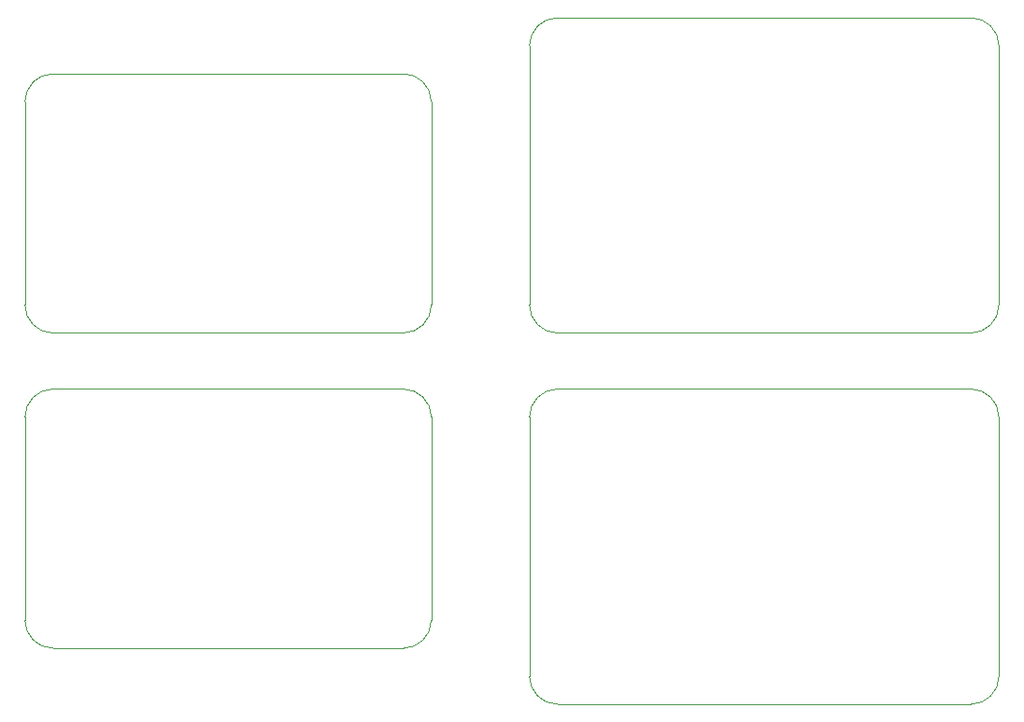
<source format=gbr>
%TF.GenerationSoftware,KiCad,Pcbnew,(6.0.5)*%
%TF.CreationDate,2022-07-17T09:31:14+02:00*%
%TF.ProjectId,Bus Tester,42757320-5465-4737-9465-722e6b696361,rev?*%
%TF.SameCoordinates,Original*%
%TF.FileFunction,Profile,NP*%
%FSLAX46Y46*%
G04 Gerber Fmt 4.6, Leading zero omitted, Abs format (unit mm)*
G04 Created by KiCad (PCBNEW (6.0.5)) date 2022-07-17 09:31:14*
%MOMM*%
%LPD*%
G01*
G04 APERTURE LIST*
%TA.AperFunction,Profile*%
%ADD10C,0.100000*%
%TD*%
G04 APERTURE END LIST*
D10*
X54610000Y-54610000D02*
G75*
G03*
X52070000Y-52070000I-2540000J0D01*
G01*
X106045000Y-44450000D02*
X106045000Y-20955000D01*
X66040000Y-46990000D02*
X103505000Y-46990000D01*
X66040000Y-52070000D02*
G75*
G03*
X63500000Y-54610000I0J-2540000D01*
G01*
X20320000Y-75565000D02*
X52070000Y-75565000D01*
X52070000Y-75565000D02*
G75*
G03*
X54610000Y-73025000I0J2540000D01*
G01*
X63500000Y-54610000D02*
X63500000Y-78105000D01*
X103505000Y-46990000D02*
G75*
G03*
X106045000Y-44450000I0J2540000D01*
G01*
X106045000Y-78105000D02*
X106045000Y-54610000D01*
X63500000Y-78105000D02*
G75*
G03*
X66040000Y-80645000I2540000J0D01*
G01*
X103505000Y-80645000D02*
G75*
G03*
X106045000Y-78105000I0J2540000D01*
G01*
X66040000Y-18415000D02*
G75*
G03*
X63500000Y-20955000I0J-2540000D01*
G01*
X52070000Y-23495000D02*
X20320000Y-23495000D01*
X20320000Y-46990000D02*
X52070000Y-46990000D01*
X103505000Y-18415000D02*
X66040000Y-18415000D01*
X17780000Y-26035000D02*
X17780000Y-44450000D01*
X17780000Y-54610000D02*
X17780000Y-73025000D01*
X17780000Y-73025000D02*
G75*
G03*
X20320000Y-75565000I2540000J0D01*
G01*
X52070000Y-46990000D02*
G75*
G03*
X54610000Y-44450000I0J2540000D01*
G01*
X20320000Y-23495000D02*
G75*
G03*
X17780000Y-26035000I0J-2540000D01*
G01*
X106045000Y-54610000D02*
G75*
G03*
X103505000Y-52070000I-2539900J100D01*
G01*
X52070000Y-52070000D02*
X20320000Y-52070000D01*
X63500000Y-44450000D02*
G75*
G03*
X66040000Y-46990000I2540000J0D01*
G01*
X54610000Y-26035000D02*
G75*
G03*
X52070000Y-23495000I-2540000J0D01*
G01*
X20320000Y-52070000D02*
G75*
G03*
X17780000Y-54610000I0J-2540000D01*
G01*
X66040000Y-80645000D02*
X103505000Y-80645000D01*
X63500000Y-20955000D02*
X63500000Y-44450000D01*
X54610000Y-44450000D02*
X54610000Y-26035000D01*
X17780000Y-44450000D02*
G75*
G03*
X20320000Y-46990000I2540000J0D01*
G01*
X103505000Y-52070000D02*
X66040000Y-52070000D01*
X106045000Y-20955000D02*
G75*
G03*
X103505000Y-18415000I-2540000J0D01*
G01*
X54610000Y-73025000D02*
X54610000Y-54610000D01*
M02*

</source>
